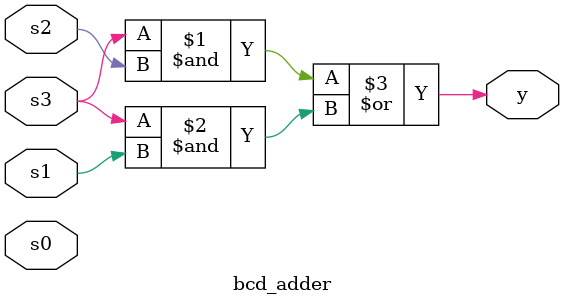
<source format=sv>

module bcd_adder (input logic s3, s2, s1, s0, output logic y);
	
    assign y = (s3&s2) | (s3&s1);

endmodule

</source>
